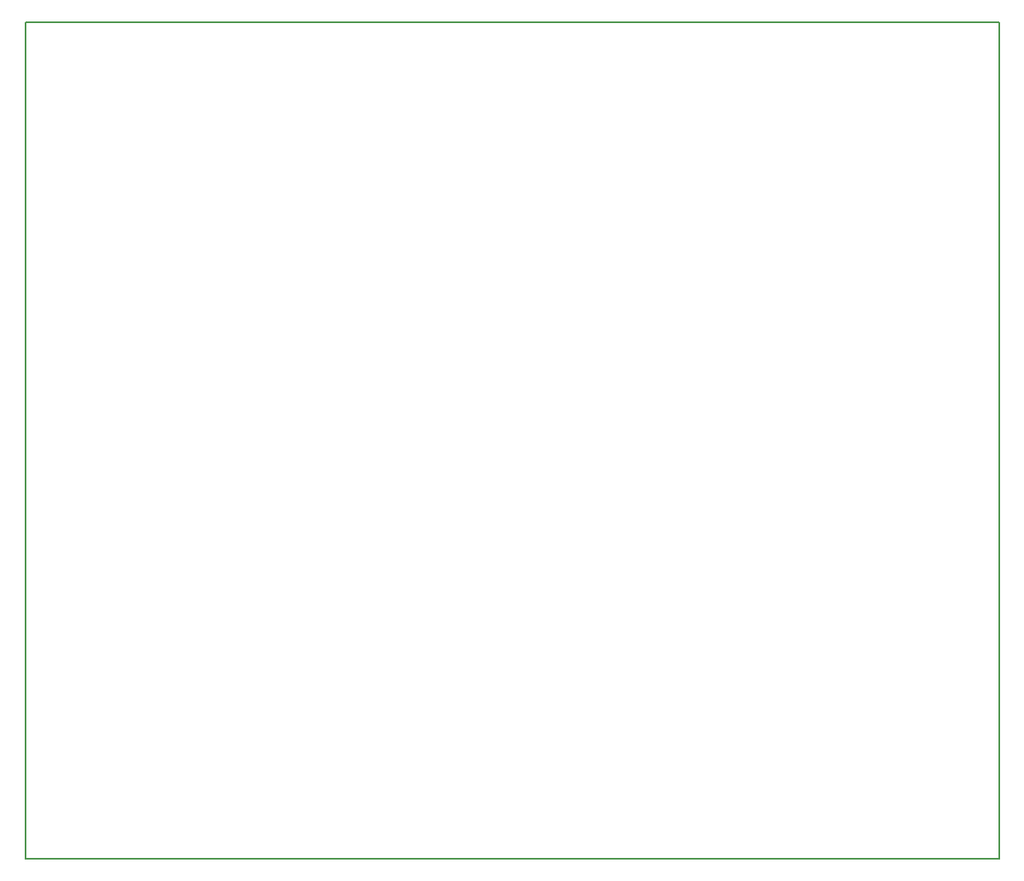
<source format=gm1>
G04 #@! TF.GenerationSoftware,KiCad,Pcbnew,(6.0.1-0)*
G04 #@! TF.CreationDate,2022-08-05T18:56:23-07:00*
G04 #@! TF.ProjectId,kicad_port,6b696361-645f-4706-9f72-742e6b696361,rev?*
G04 #@! TF.SameCoordinates,Original*
G04 #@! TF.FileFunction,Profile,NP*
%FSLAX46Y46*%
G04 Gerber Fmt 4.6, Leading zero omitted, Abs format (unit mm)*
G04 Created by KiCad (PCBNEW (6.0.1-0)) date 2022-08-05 18:56:23*
%MOMM*%
%LPD*%
G01*
G04 APERTURE LIST*
G04 #@! TA.AperFunction,Profile*
%ADD10C,0.200000*%
G04 #@! TD*
G04 APERTURE END LIST*
D10*
X100000000Y-50000000D02*
X100000000Y-136000000D01*
X100000000Y-136000000D02*
X200000000Y-136000000D01*
X200000000Y-50000000D02*
X100000000Y-50000000D01*
X200000000Y-136000000D02*
X200000000Y-50000000D01*
M02*

</source>
